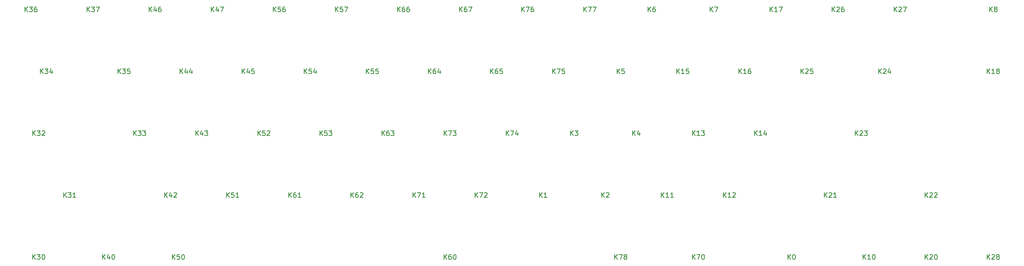
<source format=gto>
G04 #@! TF.GenerationSoftware,KiCad,Pcbnew,(5.1.12)-1*
G04 #@! TF.CreationDate,2021-12-15T00:33:09-05:00*
G04 #@! TF.ProjectId,alps66,616c7073-3636-42e6-9b69-6361645f7063,F*
G04 #@! TF.SameCoordinates,Original*
G04 #@! TF.FileFunction,Legend,Top*
G04 #@! TF.FilePolarity,Positive*
%FSLAX46Y46*%
G04 Gerber Fmt 4.6, Leading zero omitted, Abs format (unit mm)*
G04 Created by KiCad (PCBNEW (5.1.12)-1) date 2021-12-15 00:33:09*
%MOMM*%
%LPD*%
G01*
G04 APERTURE LIST*
%ADD10C,0.250000*%
%ADD11C,2.300000*%
%ADD12R,1.600000X1.600000*%
%ADD13C,1.600000*%
%ADD14C,1.700000*%
%ADD15C,11.500000*%
%ADD16C,4.000000*%
%ADD17C,6.000000*%
%ADD18O,1.500000X4.000000*%
%ADD19C,0.800000*%
%ADD20R,1.800000X1.800000*%
%ADD21C,1.800000*%
G04 APERTURE END LIST*
D10*
X217253571Y-114978571D02*
X217253571Y-113478571D01*
X218110714Y-114978571D02*
X217467857Y-114121428D01*
X218110714Y-113478571D02*
X217253571Y-114335714D01*
X218610714Y-113478571D02*
X219610714Y-113478571D01*
X218967857Y-114978571D01*
X220396428Y-114121428D02*
X220253571Y-114050000D01*
X220182142Y-113978571D01*
X220110714Y-113835714D01*
X220110714Y-113764285D01*
X220182142Y-113621428D01*
X220253571Y-113550000D01*
X220396428Y-113478571D01*
X220682142Y-113478571D01*
X220825000Y-113550000D01*
X220896428Y-113621428D01*
X220967857Y-113764285D01*
X220967857Y-113835714D01*
X220896428Y-113978571D01*
X220825000Y-114050000D01*
X220682142Y-114121428D01*
X220396428Y-114121428D01*
X220253571Y-114192857D01*
X220182142Y-114264285D01*
X220110714Y-114407142D01*
X220110714Y-114692857D01*
X220182142Y-114835714D01*
X220253571Y-114907142D01*
X220396428Y-114978571D01*
X220682142Y-114978571D01*
X220825000Y-114907142D01*
X220896428Y-114835714D01*
X220967857Y-114692857D01*
X220967857Y-114407142D01*
X220896428Y-114264285D01*
X220825000Y-114192857D01*
X220682142Y-114121428D01*
X207728571Y-38778571D02*
X207728571Y-37278571D01*
X208585714Y-38778571D02*
X207942857Y-37921428D01*
X208585714Y-37278571D02*
X207728571Y-38135714D01*
X209085714Y-37278571D02*
X210085714Y-37278571D01*
X209442857Y-38778571D01*
X210514285Y-37278571D02*
X211514285Y-37278571D01*
X210871428Y-38778571D01*
X188678571Y-38778571D02*
X188678571Y-37278571D01*
X189535714Y-38778571D02*
X188892857Y-37921428D01*
X189535714Y-37278571D02*
X188678571Y-38135714D01*
X190035714Y-37278571D02*
X191035714Y-37278571D01*
X190392857Y-38778571D01*
X192250000Y-37278571D02*
X191964285Y-37278571D01*
X191821428Y-37350000D01*
X191750000Y-37421428D01*
X191607142Y-37635714D01*
X191535714Y-37921428D01*
X191535714Y-38492857D01*
X191607142Y-38635714D01*
X191678571Y-38707142D01*
X191821428Y-38778571D01*
X192107142Y-38778571D01*
X192250000Y-38707142D01*
X192321428Y-38635714D01*
X192392857Y-38492857D01*
X192392857Y-38135714D01*
X192321428Y-37992857D01*
X192250000Y-37921428D01*
X192107142Y-37850000D01*
X191821428Y-37850000D01*
X191678571Y-37921428D01*
X191607142Y-37992857D01*
X191535714Y-38135714D01*
X198203571Y-57828571D02*
X198203571Y-56328571D01*
X199060714Y-57828571D02*
X198417857Y-56971428D01*
X199060714Y-56328571D02*
X198203571Y-57185714D01*
X199560714Y-56328571D02*
X200560714Y-56328571D01*
X199917857Y-57828571D01*
X201846428Y-56328571D02*
X201132142Y-56328571D01*
X201060714Y-57042857D01*
X201132142Y-56971428D01*
X201275000Y-56900000D01*
X201632142Y-56900000D01*
X201775000Y-56971428D01*
X201846428Y-57042857D01*
X201917857Y-57185714D01*
X201917857Y-57542857D01*
X201846428Y-57685714D01*
X201775000Y-57757142D01*
X201632142Y-57828571D01*
X201275000Y-57828571D01*
X201132142Y-57757142D01*
X201060714Y-57685714D01*
X183916071Y-76878571D02*
X183916071Y-75378571D01*
X184773214Y-76878571D02*
X184130357Y-76021428D01*
X184773214Y-75378571D02*
X183916071Y-76235714D01*
X185273214Y-75378571D02*
X186273214Y-75378571D01*
X185630357Y-76878571D01*
X187487500Y-75878571D02*
X187487500Y-76878571D01*
X187130357Y-75307142D02*
X186773214Y-76378571D01*
X187701785Y-76378571D01*
X164866071Y-76878571D02*
X164866071Y-75378571D01*
X165723214Y-76878571D02*
X165080357Y-76021428D01*
X165723214Y-75378571D02*
X164866071Y-76235714D01*
X166223214Y-75378571D02*
X167223214Y-75378571D01*
X166580357Y-76878571D01*
X167651785Y-75378571D02*
X168580357Y-75378571D01*
X168080357Y-75950000D01*
X168294642Y-75950000D01*
X168437500Y-76021428D01*
X168508928Y-76092857D01*
X168580357Y-76235714D01*
X168580357Y-76592857D01*
X168508928Y-76735714D01*
X168437500Y-76807142D01*
X168294642Y-76878571D01*
X167866071Y-76878571D01*
X167723214Y-76807142D01*
X167651785Y-76735714D01*
X174391071Y-95928571D02*
X174391071Y-94428571D01*
X175248214Y-95928571D02*
X174605357Y-95071428D01*
X175248214Y-94428571D02*
X174391071Y-95285714D01*
X175748214Y-94428571D02*
X176748214Y-94428571D01*
X176105357Y-95928571D01*
X177248214Y-94571428D02*
X177319642Y-94500000D01*
X177462500Y-94428571D01*
X177819642Y-94428571D01*
X177962500Y-94500000D01*
X178033928Y-94571428D01*
X178105357Y-94714285D01*
X178105357Y-94857142D01*
X178033928Y-95071428D01*
X177176785Y-95928571D01*
X178105357Y-95928571D01*
X155341071Y-95928571D02*
X155341071Y-94428571D01*
X156198214Y-95928571D02*
X155555357Y-95071428D01*
X156198214Y-94428571D02*
X155341071Y-95285714D01*
X156698214Y-94428571D02*
X157698214Y-94428571D01*
X157055357Y-95928571D01*
X159055357Y-95928571D02*
X158198214Y-95928571D01*
X158626785Y-95928571D02*
X158626785Y-94428571D01*
X158483928Y-94642857D01*
X158341071Y-94785714D01*
X158198214Y-94857142D01*
X241066071Y-114978571D02*
X241066071Y-113478571D01*
X241923214Y-114978571D02*
X241280357Y-114121428D01*
X241923214Y-113478571D02*
X241066071Y-114335714D01*
X242423214Y-113478571D02*
X243423214Y-113478571D01*
X242780357Y-114978571D01*
X244280357Y-113478571D02*
X244423214Y-113478571D01*
X244566071Y-113550000D01*
X244637500Y-113621428D01*
X244708928Y-113764285D01*
X244780357Y-114050000D01*
X244780357Y-114407142D01*
X244708928Y-114692857D01*
X244637500Y-114835714D01*
X244566071Y-114907142D01*
X244423214Y-114978571D01*
X244280357Y-114978571D01*
X244137500Y-114907142D01*
X244066071Y-114835714D01*
X243994642Y-114692857D01*
X243923214Y-114407142D01*
X243923214Y-114050000D01*
X243994642Y-113764285D01*
X244066071Y-113621428D01*
X244137500Y-113550000D01*
X244280357Y-113478571D01*
X169628571Y-38778571D02*
X169628571Y-37278571D01*
X170485714Y-38778571D02*
X169842857Y-37921428D01*
X170485714Y-37278571D02*
X169628571Y-38135714D01*
X171771428Y-37278571D02*
X171485714Y-37278571D01*
X171342857Y-37350000D01*
X171271428Y-37421428D01*
X171128571Y-37635714D01*
X171057142Y-37921428D01*
X171057142Y-38492857D01*
X171128571Y-38635714D01*
X171200000Y-38707142D01*
X171342857Y-38778571D01*
X171628571Y-38778571D01*
X171771428Y-38707142D01*
X171842857Y-38635714D01*
X171914285Y-38492857D01*
X171914285Y-38135714D01*
X171842857Y-37992857D01*
X171771428Y-37921428D01*
X171628571Y-37850000D01*
X171342857Y-37850000D01*
X171200000Y-37921428D01*
X171128571Y-37992857D01*
X171057142Y-38135714D01*
X172414285Y-37278571D02*
X173414285Y-37278571D01*
X172771428Y-38778571D01*
X150578571Y-38778571D02*
X150578571Y-37278571D01*
X151435714Y-38778571D02*
X150792857Y-37921428D01*
X151435714Y-37278571D02*
X150578571Y-38135714D01*
X152721428Y-37278571D02*
X152435714Y-37278571D01*
X152292857Y-37350000D01*
X152221428Y-37421428D01*
X152078571Y-37635714D01*
X152007142Y-37921428D01*
X152007142Y-38492857D01*
X152078571Y-38635714D01*
X152150000Y-38707142D01*
X152292857Y-38778571D01*
X152578571Y-38778571D01*
X152721428Y-38707142D01*
X152792857Y-38635714D01*
X152864285Y-38492857D01*
X152864285Y-38135714D01*
X152792857Y-37992857D01*
X152721428Y-37921428D01*
X152578571Y-37850000D01*
X152292857Y-37850000D01*
X152150000Y-37921428D01*
X152078571Y-37992857D01*
X152007142Y-38135714D01*
X154150000Y-37278571D02*
X153864285Y-37278571D01*
X153721428Y-37350000D01*
X153650000Y-37421428D01*
X153507142Y-37635714D01*
X153435714Y-37921428D01*
X153435714Y-38492857D01*
X153507142Y-38635714D01*
X153578571Y-38707142D01*
X153721428Y-38778571D01*
X154007142Y-38778571D01*
X154150000Y-38707142D01*
X154221428Y-38635714D01*
X154292857Y-38492857D01*
X154292857Y-38135714D01*
X154221428Y-37992857D01*
X154150000Y-37921428D01*
X154007142Y-37850000D01*
X153721428Y-37850000D01*
X153578571Y-37921428D01*
X153507142Y-37992857D01*
X153435714Y-38135714D01*
X179153571Y-57828571D02*
X179153571Y-56328571D01*
X180010714Y-57828571D02*
X179367857Y-56971428D01*
X180010714Y-56328571D02*
X179153571Y-57185714D01*
X181296428Y-56328571D02*
X181010714Y-56328571D01*
X180867857Y-56400000D01*
X180796428Y-56471428D01*
X180653571Y-56685714D01*
X180582142Y-56971428D01*
X180582142Y-57542857D01*
X180653571Y-57685714D01*
X180725000Y-57757142D01*
X180867857Y-57828571D01*
X181153571Y-57828571D01*
X181296428Y-57757142D01*
X181367857Y-57685714D01*
X181439285Y-57542857D01*
X181439285Y-57185714D01*
X181367857Y-57042857D01*
X181296428Y-56971428D01*
X181153571Y-56900000D01*
X180867857Y-56900000D01*
X180725000Y-56971428D01*
X180653571Y-57042857D01*
X180582142Y-57185714D01*
X182796428Y-56328571D02*
X182082142Y-56328571D01*
X182010714Y-57042857D01*
X182082142Y-56971428D01*
X182225000Y-56900000D01*
X182582142Y-56900000D01*
X182725000Y-56971428D01*
X182796428Y-57042857D01*
X182867857Y-57185714D01*
X182867857Y-57542857D01*
X182796428Y-57685714D01*
X182725000Y-57757142D01*
X182582142Y-57828571D01*
X182225000Y-57828571D01*
X182082142Y-57757142D01*
X182010714Y-57685714D01*
X160103571Y-57828571D02*
X160103571Y-56328571D01*
X160960714Y-57828571D02*
X160317857Y-56971428D01*
X160960714Y-56328571D02*
X160103571Y-57185714D01*
X162246428Y-56328571D02*
X161960714Y-56328571D01*
X161817857Y-56400000D01*
X161746428Y-56471428D01*
X161603571Y-56685714D01*
X161532142Y-56971428D01*
X161532142Y-57542857D01*
X161603571Y-57685714D01*
X161675000Y-57757142D01*
X161817857Y-57828571D01*
X162103571Y-57828571D01*
X162246428Y-57757142D01*
X162317857Y-57685714D01*
X162389285Y-57542857D01*
X162389285Y-57185714D01*
X162317857Y-57042857D01*
X162246428Y-56971428D01*
X162103571Y-56900000D01*
X161817857Y-56900000D01*
X161675000Y-56971428D01*
X161603571Y-57042857D01*
X161532142Y-57185714D01*
X163675000Y-56828571D02*
X163675000Y-57828571D01*
X163317857Y-56257142D02*
X162960714Y-57328571D01*
X163889285Y-57328571D01*
X145816071Y-76878571D02*
X145816071Y-75378571D01*
X146673214Y-76878571D02*
X146030357Y-76021428D01*
X146673214Y-75378571D02*
X145816071Y-76235714D01*
X147958928Y-75378571D02*
X147673214Y-75378571D01*
X147530357Y-75450000D01*
X147458928Y-75521428D01*
X147316071Y-75735714D01*
X147244642Y-76021428D01*
X147244642Y-76592857D01*
X147316071Y-76735714D01*
X147387500Y-76807142D01*
X147530357Y-76878571D01*
X147816071Y-76878571D01*
X147958928Y-76807142D01*
X148030357Y-76735714D01*
X148101785Y-76592857D01*
X148101785Y-76235714D01*
X148030357Y-76092857D01*
X147958928Y-76021428D01*
X147816071Y-75950000D01*
X147530357Y-75950000D01*
X147387500Y-76021428D01*
X147316071Y-76092857D01*
X147244642Y-76235714D01*
X148601785Y-75378571D02*
X149530357Y-75378571D01*
X149030357Y-75950000D01*
X149244642Y-75950000D01*
X149387500Y-76021428D01*
X149458928Y-76092857D01*
X149530357Y-76235714D01*
X149530357Y-76592857D01*
X149458928Y-76735714D01*
X149387500Y-76807142D01*
X149244642Y-76878571D01*
X148816071Y-76878571D01*
X148673214Y-76807142D01*
X148601785Y-76735714D01*
X136291071Y-95928571D02*
X136291071Y-94428571D01*
X137148214Y-95928571D02*
X136505357Y-95071428D01*
X137148214Y-94428571D02*
X136291071Y-95285714D01*
X138433928Y-94428571D02*
X138148214Y-94428571D01*
X138005357Y-94500000D01*
X137933928Y-94571428D01*
X137791071Y-94785714D01*
X137719642Y-95071428D01*
X137719642Y-95642857D01*
X137791071Y-95785714D01*
X137862500Y-95857142D01*
X138005357Y-95928571D01*
X138291071Y-95928571D01*
X138433928Y-95857142D01*
X138505357Y-95785714D01*
X138576785Y-95642857D01*
X138576785Y-95285714D01*
X138505357Y-95142857D01*
X138433928Y-95071428D01*
X138291071Y-95000000D01*
X138005357Y-95000000D01*
X137862500Y-95071428D01*
X137791071Y-95142857D01*
X137719642Y-95285714D01*
X139148214Y-94571428D02*
X139219642Y-94500000D01*
X139362500Y-94428571D01*
X139719642Y-94428571D01*
X139862500Y-94500000D01*
X139933928Y-94571428D01*
X140005357Y-94714285D01*
X140005357Y-94857142D01*
X139933928Y-95071428D01*
X139076785Y-95928571D01*
X140005357Y-95928571D01*
X117241071Y-95928571D02*
X117241071Y-94428571D01*
X118098214Y-95928571D02*
X117455357Y-95071428D01*
X118098214Y-94428571D02*
X117241071Y-95285714D01*
X119383928Y-94428571D02*
X119098214Y-94428571D01*
X118955357Y-94500000D01*
X118883928Y-94571428D01*
X118741071Y-94785714D01*
X118669642Y-95071428D01*
X118669642Y-95642857D01*
X118741071Y-95785714D01*
X118812500Y-95857142D01*
X118955357Y-95928571D01*
X119241071Y-95928571D01*
X119383928Y-95857142D01*
X119455357Y-95785714D01*
X119526785Y-95642857D01*
X119526785Y-95285714D01*
X119455357Y-95142857D01*
X119383928Y-95071428D01*
X119241071Y-95000000D01*
X118955357Y-95000000D01*
X118812500Y-95071428D01*
X118741071Y-95142857D01*
X118669642Y-95285714D01*
X120955357Y-95928571D02*
X120098214Y-95928571D01*
X120526785Y-95928571D02*
X120526785Y-94428571D01*
X120383928Y-94642857D01*
X120241071Y-94785714D01*
X120098214Y-94857142D01*
X164866071Y-114978571D02*
X164866071Y-113478571D01*
X165723214Y-114978571D02*
X165080357Y-114121428D01*
X165723214Y-113478571D02*
X164866071Y-114335714D01*
X167008928Y-113478571D02*
X166723214Y-113478571D01*
X166580357Y-113550000D01*
X166508928Y-113621428D01*
X166366071Y-113835714D01*
X166294642Y-114121428D01*
X166294642Y-114692857D01*
X166366071Y-114835714D01*
X166437500Y-114907142D01*
X166580357Y-114978571D01*
X166866071Y-114978571D01*
X167008928Y-114907142D01*
X167080357Y-114835714D01*
X167151785Y-114692857D01*
X167151785Y-114335714D01*
X167080357Y-114192857D01*
X167008928Y-114121428D01*
X166866071Y-114050000D01*
X166580357Y-114050000D01*
X166437500Y-114121428D01*
X166366071Y-114192857D01*
X166294642Y-114335714D01*
X168080357Y-113478571D02*
X168223214Y-113478571D01*
X168366071Y-113550000D01*
X168437500Y-113621428D01*
X168508928Y-113764285D01*
X168580357Y-114050000D01*
X168580357Y-114407142D01*
X168508928Y-114692857D01*
X168437500Y-114835714D01*
X168366071Y-114907142D01*
X168223214Y-114978571D01*
X168080357Y-114978571D01*
X167937500Y-114907142D01*
X167866071Y-114835714D01*
X167794642Y-114692857D01*
X167723214Y-114407142D01*
X167723214Y-114050000D01*
X167794642Y-113764285D01*
X167866071Y-113621428D01*
X167937500Y-113550000D01*
X168080357Y-113478571D01*
X131528571Y-38778571D02*
X131528571Y-37278571D01*
X132385714Y-38778571D02*
X131742857Y-37921428D01*
X132385714Y-37278571D02*
X131528571Y-38135714D01*
X133742857Y-37278571D02*
X133028571Y-37278571D01*
X132957142Y-37992857D01*
X133028571Y-37921428D01*
X133171428Y-37850000D01*
X133528571Y-37850000D01*
X133671428Y-37921428D01*
X133742857Y-37992857D01*
X133814285Y-38135714D01*
X133814285Y-38492857D01*
X133742857Y-38635714D01*
X133671428Y-38707142D01*
X133528571Y-38778571D01*
X133171428Y-38778571D01*
X133028571Y-38707142D01*
X132957142Y-38635714D01*
X134314285Y-37278571D02*
X135314285Y-37278571D01*
X134671428Y-38778571D01*
X112478571Y-38778571D02*
X112478571Y-37278571D01*
X113335714Y-38778571D02*
X112692857Y-37921428D01*
X113335714Y-37278571D02*
X112478571Y-38135714D01*
X114692857Y-37278571D02*
X113978571Y-37278571D01*
X113907142Y-37992857D01*
X113978571Y-37921428D01*
X114121428Y-37850000D01*
X114478571Y-37850000D01*
X114621428Y-37921428D01*
X114692857Y-37992857D01*
X114764285Y-38135714D01*
X114764285Y-38492857D01*
X114692857Y-38635714D01*
X114621428Y-38707142D01*
X114478571Y-38778571D01*
X114121428Y-38778571D01*
X113978571Y-38707142D01*
X113907142Y-38635714D01*
X116050000Y-37278571D02*
X115764285Y-37278571D01*
X115621428Y-37350000D01*
X115550000Y-37421428D01*
X115407142Y-37635714D01*
X115335714Y-37921428D01*
X115335714Y-38492857D01*
X115407142Y-38635714D01*
X115478571Y-38707142D01*
X115621428Y-38778571D01*
X115907142Y-38778571D01*
X116050000Y-38707142D01*
X116121428Y-38635714D01*
X116192857Y-38492857D01*
X116192857Y-38135714D01*
X116121428Y-37992857D01*
X116050000Y-37921428D01*
X115907142Y-37850000D01*
X115621428Y-37850000D01*
X115478571Y-37921428D01*
X115407142Y-37992857D01*
X115335714Y-38135714D01*
X141053571Y-57828571D02*
X141053571Y-56328571D01*
X141910714Y-57828571D02*
X141267857Y-56971428D01*
X141910714Y-56328571D02*
X141053571Y-57185714D01*
X143267857Y-56328571D02*
X142553571Y-56328571D01*
X142482142Y-57042857D01*
X142553571Y-56971428D01*
X142696428Y-56900000D01*
X143053571Y-56900000D01*
X143196428Y-56971428D01*
X143267857Y-57042857D01*
X143339285Y-57185714D01*
X143339285Y-57542857D01*
X143267857Y-57685714D01*
X143196428Y-57757142D01*
X143053571Y-57828571D01*
X142696428Y-57828571D01*
X142553571Y-57757142D01*
X142482142Y-57685714D01*
X144696428Y-56328571D02*
X143982142Y-56328571D01*
X143910714Y-57042857D01*
X143982142Y-56971428D01*
X144125000Y-56900000D01*
X144482142Y-56900000D01*
X144625000Y-56971428D01*
X144696428Y-57042857D01*
X144767857Y-57185714D01*
X144767857Y-57542857D01*
X144696428Y-57685714D01*
X144625000Y-57757142D01*
X144482142Y-57828571D01*
X144125000Y-57828571D01*
X143982142Y-57757142D01*
X143910714Y-57685714D01*
X122003571Y-57828571D02*
X122003571Y-56328571D01*
X122860714Y-57828571D02*
X122217857Y-56971428D01*
X122860714Y-56328571D02*
X122003571Y-57185714D01*
X124217857Y-56328571D02*
X123503571Y-56328571D01*
X123432142Y-57042857D01*
X123503571Y-56971428D01*
X123646428Y-56900000D01*
X124003571Y-56900000D01*
X124146428Y-56971428D01*
X124217857Y-57042857D01*
X124289285Y-57185714D01*
X124289285Y-57542857D01*
X124217857Y-57685714D01*
X124146428Y-57757142D01*
X124003571Y-57828571D01*
X123646428Y-57828571D01*
X123503571Y-57757142D01*
X123432142Y-57685714D01*
X125575000Y-56828571D02*
X125575000Y-57828571D01*
X125217857Y-56257142D02*
X124860714Y-57328571D01*
X125789285Y-57328571D01*
X126766071Y-76878571D02*
X126766071Y-75378571D01*
X127623214Y-76878571D02*
X126980357Y-76021428D01*
X127623214Y-75378571D02*
X126766071Y-76235714D01*
X128980357Y-75378571D02*
X128266071Y-75378571D01*
X128194642Y-76092857D01*
X128266071Y-76021428D01*
X128408928Y-75950000D01*
X128766071Y-75950000D01*
X128908928Y-76021428D01*
X128980357Y-76092857D01*
X129051785Y-76235714D01*
X129051785Y-76592857D01*
X128980357Y-76735714D01*
X128908928Y-76807142D01*
X128766071Y-76878571D01*
X128408928Y-76878571D01*
X128266071Y-76807142D01*
X128194642Y-76735714D01*
X129551785Y-75378571D02*
X130480357Y-75378571D01*
X129980357Y-75950000D01*
X130194642Y-75950000D01*
X130337500Y-76021428D01*
X130408928Y-76092857D01*
X130480357Y-76235714D01*
X130480357Y-76592857D01*
X130408928Y-76735714D01*
X130337500Y-76807142D01*
X130194642Y-76878571D01*
X129766071Y-76878571D01*
X129623214Y-76807142D01*
X129551785Y-76735714D01*
X107716071Y-76878571D02*
X107716071Y-75378571D01*
X108573214Y-76878571D02*
X107930357Y-76021428D01*
X108573214Y-75378571D02*
X107716071Y-76235714D01*
X109930357Y-75378571D02*
X109216071Y-75378571D01*
X109144642Y-76092857D01*
X109216071Y-76021428D01*
X109358928Y-75950000D01*
X109716071Y-75950000D01*
X109858928Y-76021428D01*
X109930357Y-76092857D01*
X110001785Y-76235714D01*
X110001785Y-76592857D01*
X109930357Y-76735714D01*
X109858928Y-76807142D01*
X109716071Y-76878571D01*
X109358928Y-76878571D01*
X109216071Y-76807142D01*
X109144642Y-76735714D01*
X110573214Y-75521428D02*
X110644642Y-75450000D01*
X110787500Y-75378571D01*
X111144642Y-75378571D01*
X111287500Y-75450000D01*
X111358928Y-75521428D01*
X111430357Y-75664285D01*
X111430357Y-75807142D01*
X111358928Y-76021428D01*
X110501785Y-76878571D01*
X111430357Y-76878571D01*
X98191071Y-95928571D02*
X98191071Y-94428571D01*
X99048214Y-95928571D02*
X98405357Y-95071428D01*
X99048214Y-94428571D02*
X98191071Y-95285714D01*
X100405357Y-94428571D02*
X99691071Y-94428571D01*
X99619642Y-95142857D01*
X99691071Y-95071428D01*
X99833928Y-95000000D01*
X100191071Y-95000000D01*
X100333928Y-95071428D01*
X100405357Y-95142857D01*
X100476785Y-95285714D01*
X100476785Y-95642857D01*
X100405357Y-95785714D01*
X100333928Y-95857142D01*
X100191071Y-95928571D01*
X99833928Y-95928571D01*
X99691071Y-95857142D01*
X99619642Y-95785714D01*
X101905357Y-95928571D02*
X101048214Y-95928571D01*
X101476785Y-95928571D02*
X101476785Y-94428571D01*
X101333928Y-94642857D01*
X101191071Y-94785714D01*
X101048214Y-94857142D01*
X81522321Y-114978571D02*
X81522321Y-113478571D01*
X82379464Y-114978571D02*
X81736607Y-114121428D01*
X82379464Y-113478571D02*
X81522321Y-114335714D01*
X83736607Y-113478571D02*
X83022321Y-113478571D01*
X82950892Y-114192857D01*
X83022321Y-114121428D01*
X83165178Y-114050000D01*
X83522321Y-114050000D01*
X83665178Y-114121428D01*
X83736607Y-114192857D01*
X83808035Y-114335714D01*
X83808035Y-114692857D01*
X83736607Y-114835714D01*
X83665178Y-114907142D01*
X83522321Y-114978571D01*
X83165178Y-114978571D01*
X83022321Y-114907142D01*
X82950892Y-114835714D01*
X84736607Y-113478571D02*
X84879464Y-113478571D01*
X85022321Y-113550000D01*
X85093750Y-113621428D01*
X85165178Y-113764285D01*
X85236607Y-114050000D01*
X85236607Y-114407142D01*
X85165178Y-114692857D01*
X85093750Y-114835714D01*
X85022321Y-114907142D01*
X84879464Y-114978571D01*
X84736607Y-114978571D01*
X84593750Y-114907142D01*
X84522321Y-114835714D01*
X84450892Y-114692857D01*
X84379464Y-114407142D01*
X84379464Y-114050000D01*
X84450892Y-113764285D01*
X84522321Y-113621428D01*
X84593750Y-113550000D01*
X84736607Y-113478571D01*
X93428571Y-38778571D02*
X93428571Y-37278571D01*
X94285714Y-38778571D02*
X93642857Y-37921428D01*
X94285714Y-37278571D02*
X93428571Y-38135714D01*
X95571428Y-37778571D02*
X95571428Y-38778571D01*
X95214285Y-37207142D02*
X94857142Y-38278571D01*
X95785714Y-38278571D01*
X96214285Y-37278571D02*
X97214285Y-37278571D01*
X96571428Y-38778571D01*
X74378571Y-38778571D02*
X74378571Y-37278571D01*
X75235714Y-38778571D02*
X74592857Y-37921428D01*
X75235714Y-37278571D02*
X74378571Y-38135714D01*
X76521428Y-37778571D02*
X76521428Y-38778571D01*
X76164285Y-37207142D02*
X75807142Y-38278571D01*
X76735714Y-38278571D01*
X77950000Y-37278571D02*
X77664285Y-37278571D01*
X77521428Y-37350000D01*
X77450000Y-37421428D01*
X77307142Y-37635714D01*
X77235714Y-37921428D01*
X77235714Y-38492857D01*
X77307142Y-38635714D01*
X77378571Y-38707142D01*
X77521428Y-38778571D01*
X77807142Y-38778571D01*
X77950000Y-38707142D01*
X78021428Y-38635714D01*
X78092857Y-38492857D01*
X78092857Y-38135714D01*
X78021428Y-37992857D01*
X77950000Y-37921428D01*
X77807142Y-37850000D01*
X77521428Y-37850000D01*
X77378571Y-37921428D01*
X77307142Y-37992857D01*
X77235714Y-38135714D01*
X102953571Y-57828571D02*
X102953571Y-56328571D01*
X103810714Y-57828571D02*
X103167857Y-56971428D01*
X103810714Y-56328571D02*
X102953571Y-57185714D01*
X105096428Y-56828571D02*
X105096428Y-57828571D01*
X104739285Y-56257142D02*
X104382142Y-57328571D01*
X105310714Y-57328571D01*
X106596428Y-56328571D02*
X105882142Y-56328571D01*
X105810714Y-57042857D01*
X105882142Y-56971428D01*
X106025000Y-56900000D01*
X106382142Y-56900000D01*
X106525000Y-56971428D01*
X106596428Y-57042857D01*
X106667857Y-57185714D01*
X106667857Y-57542857D01*
X106596428Y-57685714D01*
X106525000Y-57757142D01*
X106382142Y-57828571D01*
X106025000Y-57828571D01*
X105882142Y-57757142D01*
X105810714Y-57685714D01*
X83903571Y-57828571D02*
X83903571Y-56328571D01*
X84760714Y-57828571D02*
X84117857Y-56971428D01*
X84760714Y-56328571D02*
X83903571Y-57185714D01*
X86046428Y-56828571D02*
X86046428Y-57828571D01*
X85689285Y-56257142D02*
X85332142Y-57328571D01*
X86260714Y-57328571D01*
X87475000Y-56828571D02*
X87475000Y-57828571D01*
X87117857Y-56257142D02*
X86760714Y-57328571D01*
X87689285Y-57328571D01*
X88666071Y-76878571D02*
X88666071Y-75378571D01*
X89523214Y-76878571D02*
X88880357Y-76021428D01*
X89523214Y-75378571D02*
X88666071Y-76235714D01*
X90808928Y-75878571D02*
X90808928Y-76878571D01*
X90451785Y-75307142D02*
X90094642Y-76378571D01*
X91023214Y-76378571D01*
X91451785Y-75378571D02*
X92380357Y-75378571D01*
X91880357Y-75950000D01*
X92094642Y-75950000D01*
X92237500Y-76021428D01*
X92308928Y-76092857D01*
X92380357Y-76235714D01*
X92380357Y-76592857D01*
X92308928Y-76735714D01*
X92237500Y-76807142D01*
X92094642Y-76878571D01*
X91666071Y-76878571D01*
X91523214Y-76807142D01*
X91451785Y-76735714D01*
X79141071Y-95928571D02*
X79141071Y-94428571D01*
X79998214Y-95928571D02*
X79355357Y-95071428D01*
X79998214Y-94428571D02*
X79141071Y-95285714D01*
X81283928Y-94928571D02*
X81283928Y-95928571D01*
X80926785Y-94357142D02*
X80569642Y-95428571D01*
X81498214Y-95428571D01*
X81998214Y-94571428D02*
X82069642Y-94500000D01*
X82212500Y-94428571D01*
X82569642Y-94428571D01*
X82712500Y-94500000D01*
X82783928Y-94571428D01*
X82855357Y-94714285D01*
X82855357Y-94857142D01*
X82783928Y-95071428D01*
X81926785Y-95928571D01*
X82855357Y-95928571D01*
X60091071Y-114978571D02*
X60091071Y-113478571D01*
X60948214Y-114978571D02*
X60305357Y-114121428D01*
X60948214Y-113478571D02*
X60091071Y-114335714D01*
X62233928Y-113978571D02*
X62233928Y-114978571D01*
X61876785Y-113407142D02*
X61519642Y-114478571D01*
X62448214Y-114478571D01*
X63305357Y-113478571D02*
X63448214Y-113478571D01*
X63591071Y-113550000D01*
X63662500Y-113621428D01*
X63733928Y-113764285D01*
X63805357Y-114050000D01*
X63805357Y-114407142D01*
X63733928Y-114692857D01*
X63662500Y-114835714D01*
X63591071Y-114907142D01*
X63448214Y-114978571D01*
X63305357Y-114978571D01*
X63162500Y-114907142D01*
X63091071Y-114835714D01*
X63019642Y-114692857D01*
X62948214Y-114407142D01*
X62948214Y-114050000D01*
X63019642Y-113764285D01*
X63091071Y-113621428D01*
X63162500Y-113550000D01*
X63305357Y-113478571D01*
X55328571Y-38778571D02*
X55328571Y-37278571D01*
X56185714Y-38778571D02*
X55542857Y-37921428D01*
X56185714Y-37278571D02*
X55328571Y-38135714D01*
X56685714Y-37278571D02*
X57614285Y-37278571D01*
X57114285Y-37850000D01*
X57328571Y-37850000D01*
X57471428Y-37921428D01*
X57542857Y-37992857D01*
X57614285Y-38135714D01*
X57614285Y-38492857D01*
X57542857Y-38635714D01*
X57471428Y-38707142D01*
X57328571Y-38778571D01*
X56900000Y-38778571D01*
X56757142Y-38707142D01*
X56685714Y-38635714D01*
X58114285Y-37278571D02*
X59114285Y-37278571D01*
X58471428Y-38778571D01*
X36278571Y-38778571D02*
X36278571Y-37278571D01*
X37135714Y-38778571D02*
X36492857Y-37921428D01*
X37135714Y-37278571D02*
X36278571Y-38135714D01*
X37635714Y-37278571D02*
X38564285Y-37278571D01*
X38064285Y-37850000D01*
X38278571Y-37850000D01*
X38421428Y-37921428D01*
X38492857Y-37992857D01*
X38564285Y-38135714D01*
X38564285Y-38492857D01*
X38492857Y-38635714D01*
X38421428Y-38707142D01*
X38278571Y-38778571D01*
X37850000Y-38778571D01*
X37707142Y-38707142D01*
X37635714Y-38635714D01*
X39850000Y-37278571D02*
X39564285Y-37278571D01*
X39421428Y-37350000D01*
X39350000Y-37421428D01*
X39207142Y-37635714D01*
X39135714Y-37921428D01*
X39135714Y-38492857D01*
X39207142Y-38635714D01*
X39278571Y-38707142D01*
X39421428Y-38778571D01*
X39707142Y-38778571D01*
X39850000Y-38707142D01*
X39921428Y-38635714D01*
X39992857Y-38492857D01*
X39992857Y-38135714D01*
X39921428Y-37992857D01*
X39850000Y-37921428D01*
X39707142Y-37850000D01*
X39421428Y-37850000D01*
X39278571Y-37921428D01*
X39207142Y-37992857D01*
X39135714Y-38135714D01*
X64853571Y-57828571D02*
X64853571Y-56328571D01*
X65710714Y-57828571D02*
X65067857Y-56971428D01*
X65710714Y-56328571D02*
X64853571Y-57185714D01*
X66210714Y-56328571D02*
X67139285Y-56328571D01*
X66639285Y-56900000D01*
X66853571Y-56900000D01*
X66996428Y-56971428D01*
X67067857Y-57042857D01*
X67139285Y-57185714D01*
X67139285Y-57542857D01*
X67067857Y-57685714D01*
X66996428Y-57757142D01*
X66853571Y-57828571D01*
X66425000Y-57828571D01*
X66282142Y-57757142D01*
X66210714Y-57685714D01*
X68496428Y-56328571D02*
X67782142Y-56328571D01*
X67710714Y-57042857D01*
X67782142Y-56971428D01*
X67925000Y-56900000D01*
X68282142Y-56900000D01*
X68425000Y-56971428D01*
X68496428Y-57042857D01*
X68567857Y-57185714D01*
X68567857Y-57542857D01*
X68496428Y-57685714D01*
X68425000Y-57757142D01*
X68282142Y-57828571D01*
X67925000Y-57828571D01*
X67782142Y-57757142D01*
X67710714Y-57685714D01*
X41041071Y-57828571D02*
X41041071Y-56328571D01*
X41898214Y-57828571D02*
X41255357Y-56971428D01*
X41898214Y-56328571D02*
X41041071Y-57185714D01*
X42398214Y-56328571D02*
X43326785Y-56328571D01*
X42826785Y-56900000D01*
X43041071Y-56900000D01*
X43183928Y-56971428D01*
X43255357Y-57042857D01*
X43326785Y-57185714D01*
X43326785Y-57542857D01*
X43255357Y-57685714D01*
X43183928Y-57757142D01*
X43041071Y-57828571D01*
X42612500Y-57828571D01*
X42469642Y-57757142D01*
X42398214Y-57685714D01*
X44612500Y-56828571D02*
X44612500Y-57828571D01*
X44255357Y-56257142D02*
X43898214Y-57328571D01*
X44826785Y-57328571D01*
X69616071Y-76878571D02*
X69616071Y-75378571D01*
X70473214Y-76878571D02*
X69830357Y-76021428D01*
X70473214Y-75378571D02*
X69616071Y-76235714D01*
X70973214Y-75378571D02*
X71901785Y-75378571D01*
X71401785Y-75950000D01*
X71616071Y-75950000D01*
X71758928Y-76021428D01*
X71830357Y-76092857D01*
X71901785Y-76235714D01*
X71901785Y-76592857D01*
X71830357Y-76735714D01*
X71758928Y-76807142D01*
X71616071Y-76878571D01*
X71187500Y-76878571D01*
X71044642Y-76807142D01*
X70973214Y-76735714D01*
X72401785Y-75378571D02*
X73330357Y-75378571D01*
X72830357Y-75950000D01*
X73044642Y-75950000D01*
X73187500Y-76021428D01*
X73258928Y-76092857D01*
X73330357Y-76235714D01*
X73330357Y-76592857D01*
X73258928Y-76735714D01*
X73187500Y-76807142D01*
X73044642Y-76878571D01*
X72616071Y-76878571D01*
X72473214Y-76807142D01*
X72401785Y-76735714D01*
X38659821Y-76878571D02*
X38659821Y-75378571D01*
X39516964Y-76878571D02*
X38874107Y-76021428D01*
X39516964Y-75378571D02*
X38659821Y-76235714D01*
X40016964Y-75378571D02*
X40945535Y-75378571D01*
X40445535Y-75950000D01*
X40659821Y-75950000D01*
X40802678Y-76021428D01*
X40874107Y-76092857D01*
X40945535Y-76235714D01*
X40945535Y-76592857D01*
X40874107Y-76735714D01*
X40802678Y-76807142D01*
X40659821Y-76878571D01*
X40231250Y-76878571D01*
X40088392Y-76807142D01*
X40016964Y-76735714D01*
X41516964Y-75521428D02*
X41588392Y-75450000D01*
X41731250Y-75378571D01*
X42088392Y-75378571D01*
X42231250Y-75450000D01*
X42302678Y-75521428D01*
X42374107Y-75664285D01*
X42374107Y-75807142D01*
X42302678Y-76021428D01*
X41445535Y-76878571D01*
X42374107Y-76878571D01*
X48184821Y-95928571D02*
X48184821Y-94428571D01*
X49041964Y-95928571D02*
X48399107Y-95071428D01*
X49041964Y-94428571D02*
X48184821Y-95285714D01*
X49541964Y-94428571D02*
X50470535Y-94428571D01*
X49970535Y-95000000D01*
X50184821Y-95000000D01*
X50327678Y-95071428D01*
X50399107Y-95142857D01*
X50470535Y-95285714D01*
X50470535Y-95642857D01*
X50399107Y-95785714D01*
X50327678Y-95857142D01*
X50184821Y-95928571D01*
X49756250Y-95928571D01*
X49613392Y-95857142D01*
X49541964Y-95785714D01*
X51899107Y-95928571D02*
X51041964Y-95928571D01*
X51470535Y-95928571D02*
X51470535Y-94428571D01*
X51327678Y-94642857D01*
X51184821Y-94785714D01*
X51041964Y-94857142D01*
X38659821Y-114978571D02*
X38659821Y-113478571D01*
X39516964Y-114978571D02*
X38874107Y-114121428D01*
X39516964Y-113478571D02*
X38659821Y-114335714D01*
X40016964Y-113478571D02*
X40945535Y-113478571D01*
X40445535Y-114050000D01*
X40659821Y-114050000D01*
X40802678Y-114121428D01*
X40874107Y-114192857D01*
X40945535Y-114335714D01*
X40945535Y-114692857D01*
X40874107Y-114835714D01*
X40802678Y-114907142D01*
X40659821Y-114978571D01*
X40231250Y-114978571D01*
X40088392Y-114907142D01*
X40016964Y-114835714D01*
X41874107Y-113478571D02*
X42016964Y-113478571D01*
X42159821Y-113550000D01*
X42231250Y-113621428D01*
X42302678Y-113764285D01*
X42374107Y-114050000D01*
X42374107Y-114407142D01*
X42302678Y-114692857D01*
X42231250Y-114835714D01*
X42159821Y-114907142D01*
X42016964Y-114978571D01*
X41874107Y-114978571D01*
X41731250Y-114907142D01*
X41659821Y-114835714D01*
X41588392Y-114692857D01*
X41516964Y-114407142D01*
X41516964Y-114050000D01*
X41588392Y-113764285D01*
X41659821Y-113621428D01*
X41731250Y-113550000D01*
X41874107Y-113478571D01*
X331553571Y-114978571D02*
X331553571Y-113478571D01*
X332410714Y-114978571D02*
X331767857Y-114121428D01*
X332410714Y-113478571D02*
X331553571Y-114335714D01*
X332982142Y-113621428D02*
X333053571Y-113550000D01*
X333196428Y-113478571D01*
X333553571Y-113478571D01*
X333696428Y-113550000D01*
X333767857Y-113621428D01*
X333839285Y-113764285D01*
X333839285Y-113907142D01*
X333767857Y-114121428D01*
X332910714Y-114978571D01*
X333839285Y-114978571D01*
X334696428Y-114121428D02*
X334553571Y-114050000D01*
X334482142Y-113978571D01*
X334410714Y-113835714D01*
X334410714Y-113764285D01*
X334482142Y-113621428D01*
X334553571Y-113550000D01*
X334696428Y-113478571D01*
X334982142Y-113478571D01*
X335125000Y-113550000D01*
X335196428Y-113621428D01*
X335267857Y-113764285D01*
X335267857Y-113835714D01*
X335196428Y-113978571D01*
X335125000Y-114050000D01*
X334982142Y-114121428D01*
X334696428Y-114121428D01*
X334553571Y-114192857D01*
X334482142Y-114264285D01*
X334410714Y-114407142D01*
X334410714Y-114692857D01*
X334482142Y-114835714D01*
X334553571Y-114907142D01*
X334696428Y-114978571D01*
X334982142Y-114978571D01*
X335125000Y-114907142D01*
X335196428Y-114835714D01*
X335267857Y-114692857D01*
X335267857Y-114407142D01*
X335196428Y-114264285D01*
X335125000Y-114192857D01*
X334982142Y-114121428D01*
X302978571Y-38778571D02*
X302978571Y-37278571D01*
X303835714Y-38778571D02*
X303192857Y-37921428D01*
X303835714Y-37278571D02*
X302978571Y-38135714D01*
X304407142Y-37421428D02*
X304478571Y-37350000D01*
X304621428Y-37278571D01*
X304978571Y-37278571D01*
X305121428Y-37350000D01*
X305192857Y-37421428D01*
X305264285Y-37564285D01*
X305264285Y-37707142D01*
X305192857Y-37921428D01*
X304335714Y-38778571D01*
X305264285Y-38778571D01*
X305764285Y-37278571D02*
X306764285Y-37278571D01*
X306121428Y-38778571D01*
X283928571Y-38778571D02*
X283928571Y-37278571D01*
X284785714Y-38778571D02*
X284142857Y-37921428D01*
X284785714Y-37278571D02*
X283928571Y-38135714D01*
X285357142Y-37421428D02*
X285428571Y-37350000D01*
X285571428Y-37278571D01*
X285928571Y-37278571D01*
X286071428Y-37350000D01*
X286142857Y-37421428D01*
X286214285Y-37564285D01*
X286214285Y-37707142D01*
X286142857Y-37921428D01*
X285285714Y-38778571D01*
X286214285Y-38778571D01*
X287500000Y-37278571D02*
X287214285Y-37278571D01*
X287071428Y-37350000D01*
X287000000Y-37421428D01*
X286857142Y-37635714D01*
X286785714Y-37921428D01*
X286785714Y-38492857D01*
X286857142Y-38635714D01*
X286928571Y-38707142D01*
X287071428Y-38778571D01*
X287357142Y-38778571D01*
X287500000Y-38707142D01*
X287571428Y-38635714D01*
X287642857Y-38492857D01*
X287642857Y-38135714D01*
X287571428Y-37992857D01*
X287500000Y-37921428D01*
X287357142Y-37850000D01*
X287071428Y-37850000D01*
X286928571Y-37921428D01*
X286857142Y-37992857D01*
X286785714Y-38135714D01*
X274403571Y-57828571D02*
X274403571Y-56328571D01*
X275260714Y-57828571D02*
X274617857Y-56971428D01*
X275260714Y-56328571D02*
X274403571Y-57185714D01*
X275832142Y-56471428D02*
X275903571Y-56400000D01*
X276046428Y-56328571D01*
X276403571Y-56328571D01*
X276546428Y-56400000D01*
X276617857Y-56471428D01*
X276689285Y-56614285D01*
X276689285Y-56757142D01*
X276617857Y-56971428D01*
X275760714Y-57828571D01*
X276689285Y-57828571D01*
X278046428Y-56328571D02*
X277332142Y-56328571D01*
X277260714Y-57042857D01*
X277332142Y-56971428D01*
X277475000Y-56900000D01*
X277832142Y-56900000D01*
X277975000Y-56971428D01*
X278046428Y-57042857D01*
X278117857Y-57185714D01*
X278117857Y-57542857D01*
X278046428Y-57685714D01*
X277975000Y-57757142D01*
X277832142Y-57828571D01*
X277475000Y-57828571D01*
X277332142Y-57757142D01*
X277260714Y-57685714D01*
X298216071Y-57828571D02*
X298216071Y-56328571D01*
X299073214Y-57828571D02*
X298430357Y-56971428D01*
X299073214Y-56328571D02*
X298216071Y-57185714D01*
X299644642Y-56471428D02*
X299716071Y-56400000D01*
X299858928Y-56328571D01*
X300216071Y-56328571D01*
X300358928Y-56400000D01*
X300430357Y-56471428D01*
X300501785Y-56614285D01*
X300501785Y-56757142D01*
X300430357Y-56971428D01*
X299573214Y-57828571D01*
X300501785Y-57828571D01*
X301787500Y-56828571D02*
X301787500Y-57828571D01*
X301430357Y-56257142D02*
X301073214Y-57328571D01*
X302001785Y-57328571D01*
X291072321Y-76878571D02*
X291072321Y-75378571D01*
X291929464Y-76878571D02*
X291286607Y-76021428D01*
X291929464Y-75378571D02*
X291072321Y-76235714D01*
X292500892Y-75521428D02*
X292572321Y-75450000D01*
X292715178Y-75378571D01*
X293072321Y-75378571D01*
X293215178Y-75450000D01*
X293286607Y-75521428D01*
X293358035Y-75664285D01*
X293358035Y-75807142D01*
X293286607Y-76021428D01*
X292429464Y-76878571D01*
X293358035Y-76878571D01*
X293858035Y-75378571D02*
X294786607Y-75378571D01*
X294286607Y-75950000D01*
X294500892Y-75950000D01*
X294643750Y-76021428D01*
X294715178Y-76092857D01*
X294786607Y-76235714D01*
X294786607Y-76592857D01*
X294715178Y-76735714D01*
X294643750Y-76807142D01*
X294500892Y-76878571D01*
X294072321Y-76878571D01*
X293929464Y-76807142D01*
X293858035Y-76735714D01*
X312503571Y-95928571D02*
X312503571Y-94428571D01*
X313360714Y-95928571D02*
X312717857Y-95071428D01*
X313360714Y-94428571D02*
X312503571Y-95285714D01*
X313932142Y-94571428D02*
X314003571Y-94500000D01*
X314146428Y-94428571D01*
X314503571Y-94428571D01*
X314646428Y-94500000D01*
X314717857Y-94571428D01*
X314789285Y-94714285D01*
X314789285Y-94857142D01*
X314717857Y-95071428D01*
X313860714Y-95928571D01*
X314789285Y-95928571D01*
X315360714Y-94571428D02*
X315432142Y-94500000D01*
X315575000Y-94428571D01*
X315932142Y-94428571D01*
X316075000Y-94500000D01*
X316146428Y-94571428D01*
X316217857Y-94714285D01*
X316217857Y-94857142D01*
X316146428Y-95071428D01*
X315289285Y-95928571D01*
X316217857Y-95928571D01*
X281547321Y-95928571D02*
X281547321Y-94428571D01*
X282404464Y-95928571D02*
X281761607Y-95071428D01*
X282404464Y-94428571D02*
X281547321Y-95285714D01*
X282975892Y-94571428D02*
X283047321Y-94500000D01*
X283190178Y-94428571D01*
X283547321Y-94428571D01*
X283690178Y-94500000D01*
X283761607Y-94571428D01*
X283833035Y-94714285D01*
X283833035Y-94857142D01*
X283761607Y-95071428D01*
X282904464Y-95928571D01*
X283833035Y-95928571D01*
X285261607Y-95928571D02*
X284404464Y-95928571D01*
X284833035Y-95928571D02*
X284833035Y-94428571D01*
X284690178Y-94642857D01*
X284547321Y-94785714D01*
X284404464Y-94857142D01*
X312503571Y-114978571D02*
X312503571Y-113478571D01*
X313360714Y-114978571D02*
X312717857Y-114121428D01*
X313360714Y-113478571D02*
X312503571Y-114335714D01*
X313932142Y-113621428D02*
X314003571Y-113550000D01*
X314146428Y-113478571D01*
X314503571Y-113478571D01*
X314646428Y-113550000D01*
X314717857Y-113621428D01*
X314789285Y-113764285D01*
X314789285Y-113907142D01*
X314717857Y-114121428D01*
X313860714Y-114978571D01*
X314789285Y-114978571D01*
X315717857Y-113478571D02*
X315860714Y-113478571D01*
X316003571Y-113550000D01*
X316075000Y-113621428D01*
X316146428Y-113764285D01*
X316217857Y-114050000D01*
X316217857Y-114407142D01*
X316146428Y-114692857D01*
X316075000Y-114835714D01*
X316003571Y-114907142D01*
X315860714Y-114978571D01*
X315717857Y-114978571D01*
X315575000Y-114907142D01*
X315503571Y-114835714D01*
X315432142Y-114692857D01*
X315360714Y-114407142D01*
X315360714Y-114050000D01*
X315432142Y-113764285D01*
X315503571Y-113621428D01*
X315575000Y-113550000D01*
X315717857Y-113478571D01*
X331553571Y-57828571D02*
X331553571Y-56328571D01*
X332410714Y-57828571D02*
X331767857Y-56971428D01*
X332410714Y-56328571D02*
X331553571Y-57185714D01*
X333839285Y-57828571D02*
X332982142Y-57828571D01*
X333410714Y-57828571D02*
X333410714Y-56328571D01*
X333267857Y-56542857D01*
X333125000Y-56685714D01*
X332982142Y-56757142D01*
X334696428Y-56971428D02*
X334553571Y-56900000D01*
X334482142Y-56828571D01*
X334410714Y-56685714D01*
X334410714Y-56614285D01*
X334482142Y-56471428D01*
X334553571Y-56400000D01*
X334696428Y-56328571D01*
X334982142Y-56328571D01*
X335125000Y-56400000D01*
X335196428Y-56471428D01*
X335267857Y-56614285D01*
X335267857Y-56685714D01*
X335196428Y-56828571D01*
X335125000Y-56900000D01*
X334982142Y-56971428D01*
X334696428Y-56971428D01*
X334553571Y-57042857D01*
X334482142Y-57114285D01*
X334410714Y-57257142D01*
X334410714Y-57542857D01*
X334482142Y-57685714D01*
X334553571Y-57757142D01*
X334696428Y-57828571D01*
X334982142Y-57828571D01*
X335125000Y-57757142D01*
X335196428Y-57685714D01*
X335267857Y-57542857D01*
X335267857Y-57257142D01*
X335196428Y-57114285D01*
X335125000Y-57042857D01*
X334982142Y-56971428D01*
X264878571Y-38778571D02*
X264878571Y-37278571D01*
X265735714Y-38778571D02*
X265092857Y-37921428D01*
X265735714Y-37278571D02*
X264878571Y-38135714D01*
X267164285Y-38778571D02*
X266307142Y-38778571D01*
X266735714Y-38778571D02*
X266735714Y-37278571D01*
X266592857Y-37492857D01*
X266450000Y-37635714D01*
X266307142Y-37707142D01*
X267664285Y-37278571D02*
X268664285Y-37278571D01*
X268021428Y-38778571D01*
X255353571Y-57828571D02*
X255353571Y-56328571D01*
X256210714Y-57828571D02*
X255567857Y-56971428D01*
X256210714Y-56328571D02*
X255353571Y-57185714D01*
X257639285Y-57828571D02*
X256782142Y-57828571D01*
X257210714Y-57828571D02*
X257210714Y-56328571D01*
X257067857Y-56542857D01*
X256925000Y-56685714D01*
X256782142Y-56757142D01*
X258925000Y-56328571D02*
X258639285Y-56328571D01*
X258496428Y-56400000D01*
X258425000Y-56471428D01*
X258282142Y-56685714D01*
X258210714Y-56971428D01*
X258210714Y-57542857D01*
X258282142Y-57685714D01*
X258353571Y-57757142D01*
X258496428Y-57828571D01*
X258782142Y-57828571D01*
X258925000Y-57757142D01*
X258996428Y-57685714D01*
X259067857Y-57542857D01*
X259067857Y-57185714D01*
X258996428Y-57042857D01*
X258925000Y-56971428D01*
X258782142Y-56900000D01*
X258496428Y-56900000D01*
X258353571Y-56971428D01*
X258282142Y-57042857D01*
X258210714Y-57185714D01*
X236303571Y-57828571D02*
X236303571Y-56328571D01*
X237160714Y-57828571D02*
X236517857Y-56971428D01*
X237160714Y-56328571D02*
X236303571Y-57185714D01*
X238589285Y-57828571D02*
X237732142Y-57828571D01*
X238160714Y-57828571D02*
X238160714Y-56328571D01*
X238017857Y-56542857D01*
X237875000Y-56685714D01*
X237732142Y-56757142D01*
X239946428Y-56328571D02*
X239232142Y-56328571D01*
X239160714Y-57042857D01*
X239232142Y-56971428D01*
X239375000Y-56900000D01*
X239732142Y-56900000D01*
X239875000Y-56971428D01*
X239946428Y-57042857D01*
X240017857Y-57185714D01*
X240017857Y-57542857D01*
X239946428Y-57685714D01*
X239875000Y-57757142D01*
X239732142Y-57828571D01*
X239375000Y-57828571D01*
X239232142Y-57757142D01*
X239160714Y-57685714D01*
X260116071Y-76878571D02*
X260116071Y-75378571D01*
X260973214Y-76878571D02*
X260330357Y-76021428D01*
X260973214Y-75378571D02*
X260116071Y-76235714D01*
X262401785Y-76878571D02*
X261544642Y-76878571D01*
X261973214Y-76878571D02*
X261973214Y-75378571D01*
X261830357Y-75592857D01*
X261687500Y-75735714D01*
X261544642Y-75807142D01*
X263687500Y-75878571D02*
X263687500Y-76878571D01*
X263330357Y-75307142D02*
X262973214Y-76378571D01*
X263901785Y-76378571D01*
X241066071Y-76878571D02*
X241066071Y-75378571D01*
X241923214Y-76878571D02*
X241280357Y-76021428D01*
X241923214Y-75378571D02*
X241066071Y-76235714D01*
X243351785Y-76878571D02*
X242494642Y-76878571D01*
X242923214Y-76878571D02*
X242923214Y-75378571D01*
X242780357Y-75592857D01*
X242637500Y-75735714D01*
X242494642Y-75807142D01*
X243851785Y-75378571D02*
X244780357Y-75378571D01*
X244280357Y-75950000D01*
X244494642Y-75950000D01*
X244637500Y-76021428D01*
X244708928Y-76092857D01*
X244780357Y-76235714D01*
X244780357Y-76592857D01*
X244708928Y-76735714D01*
X244637500Y-76807142D01*
X244494642Y-76878571D01*
X244066071Y-76878571D01*
X243923214Y-76807142D01*
X243851785Y-76735714D01*
X250591071Y-95928571D02*
X250591071Y-94428571D01*
X251448214Y-95928571D02*
X250805357Y-95071428D01*
X251448214Y-94428571D02*
X250591071Y-95285714D01*
X252876785Y-95928571D02*
X252019642Y-95928571D01*
X252448214Y-95928571D02*
X252448214Y-94428571D01*
X252305357Y-94642857D01*
X252162500Y-94785714D01*
X252019642Y-94857142D01*
X253448214Y-94571428D02*
X253519642Y-94500000D01*
X253662500Y-94428571D01*
X254019642Y-94428571D01*
X254162500Y-94500000D01*
X254233928Y-94571428D01*
X254305357Y-94714285D01*
X254305357Y-94857142D01*
X254233928Y-95071428D01*
X253376785Y-95928571D01*
X254305357Y-95928571D01*
X231541071Y-95928571D02*
X231541071Y-94428571D01*
X232398214Y-95928571D02*
X231755357Y-95071428D01*
X232398214Y-94428571D02*
X231541071Y-95285714D01*
X233826785Y-95928571D02*
X232969642Y-95928571D01*
X233398214Y-95928571D02*
X233398214Y-94428571D01*
X233255357Y-94642857D01*
X233112500Y-94785714D01*
X232969642Y-94857142D01*
X235255357Y-95928571D02*
X234398214Y-95928571D01*
X234826785Y-95928571D02*
X234826785Y-94428571D01*
X234683928Y-94642857D01*
X234541071Y-94785714D01*
X234398214Y-94857142D01*
X293453571Y-114978571D02*
X293453571Y-113478571D01*
X294310714Y-114978571D02*
X293667857Y-114121428D01*
X294310714Y-113478571D02*
X293453571Y-114335714D01*
X295739285Y-114978571D02*
X294882142Y-114978571D01*
X295310714Y-114978571D02*
X295310714Y-113478571D01*
X295167857Y-113692857D01*
X295025000Y-113835714D01*
X294882142Y-113907142D01*
X296667857Y-113478571D02*
X296810714Y-113478571D01*
X296953571Y-113550000D01*
X297025000Y-113621428D01*
X297096428Y-113764285D01*
X297167857Y-114050000D01*
X297167857Y-114407142D01*
X297096428Y-114692857D01*
X297025000Y-114835714D01*
X296953571Y-114907142D01*
X296810714Y-114978571D01*
X296667857Y-114978571D01*
X296525000Y-114907142D01*
X296453571Y-114835714D01*
X296382142Y-114692857D01*
X296310714Y-114407142D01*
X296310714Y-114050000D01*
X296382142Y-113764285D01*
X296453571Y-113621428D01*
X296525000Y-113550000D01*
X296667857Y-113478571D01*
X332267857Y-38778571D02*
X332267857Y-37278571D01*
X333125000Y-38778571D02*
X332482142Y-37921428D01*
X333125000Y-37278571D02*
X332267857Y-38135714D01*
X333982142Y-37921428D02*
X333839285Y-37850000D01*
X333767857Y-37778571D01*
X333696428Y-37635714D01*
X333696428Y-37564285D01*
X333767857Y-37421428D01*
X333839285Y-37350000D01*
X333982142Y-37278571D01*
X334267857Y-37278571D01*
X334410714Y-37350000D01*
X334482142Y-37421428D01*
X334553571Y-37564285D01*
X334553571Y-37635714D01*
X334482142Y-37778571D01*
X334410714Y-37850000D01*
X334267857Y-37921428D01*
X333982142Y-37921428D01*
X333839285Y-37992857D01*
X333767857Y-38064285D01*
X333696428Y-38207142D01*
X333696428Y-38492857D01*
X333767857Y-38635714D01*
X333839285Y-38707142D01*
X333982142Y-38778571D01*
X334267857Y-38778571D01*
X334410714Y-38707142D01*
X334482142Y-38635714D01*
X334553571Y-38492857D01*
X334553571Y-38207142D01*
X334482142Y-38064285D01*
X334410714Y-37992857D01*
X334267857Y-37921428D01*
X246542857Y-38778571D02*
X246542857Y-37278571D01*
X247400000Y-38778571D02*
X246757142Y-37921428D01*
X247400000Y-37278571D02*
X246542857Y-38135714D01*
X247900000Y-37278571D02*
X248900000Y-37278571D01*
X248257142Y-38778571D01*
X227492857Y-38778571D02*
X227492857Y-37278571D01*
X228350000Y-38778571D02*
X227707142Y-37921428D01*
X228350000Y-37278571D02*
X227492857Y-38135714D01*
X229635714Y-37278571D02*
X229350000Y-37278571D01*
X229207142Y-37350000D01*
X229135714Y-37421428D01*
X228992857Y-37635714D01*
X228921428Y-37921428D01*
X228921428Y-38492857D01*
X228992857Y-38635714D01*
X229064285Y-38707142D01*
X229207142Y-38778571D01*
X229492857Y-38778571D01*
X229635714Y-38707142D01*
X229707142Y-38635714D01*
X229778571Y-38492857D01*
X229778571Y-38135714D01*
X229707142Y-37992857D01*
X229635714Y-37921428D01*
X229492857Y-37850000D01*
X229207142Y-37850000D01*
X229064285Y-37921428D01*
X228992857Y-37992857D01*
X228921428Y-38135714D01*
X217967857Y-57828571D02*
X217967857Y-56328571D01*
X218825000Y-57828571D02*
X218182142Y-56971428D01*
X218825000Y-56328571D02*
X217967857Y-57185714D01*
X220182142Y-56328571D02*
X219467857Y-56328571D01*
X219396428Y-57042857D01*
X219467857Y-56971428D01*
X219610714Y-56900000D01*
X219967857Y-56900000D01*
X220110714Y-56971428D01*
X220182142Y-57042857D01*
X220253571Y-57185714D01*
X220253571Y-57542857D01*
X220182142Y-57685714D01*
X220110714Y-57757142D01*
X219967857Y-57828571D01*
X219610714Y-57828571D01*
X219467857Y-57757142D01*
X219396428Y-57685714D01*
X222730357Y-76878571D02*
X222730357Y-75378571D01*
X223587500Y-76878571D02*
X222944642Y-76021428D01*
X223587500Y-75378571D02*
X222730357Y-76235714D01*
X224873214Y-75878571D02*
X224873214Y-76878571D01*
X224516071Y-75307142D02*
X224158928Y-76378571D01*
X225087500Y-76378571D01*
X203680357Y-76878571D02*
X203680357Y-75378571D01*
X204537500Y-76878571D02*
X203894642Y-76021428D01*
X204537500Y-75378571D02*
X203680357Y-76235714D01*
X205037500Y-75378571D02*
X205966071Y-75378571D01*
X205466071Y-75950000D01*
X205680357Y-75950000D01*
X205823214Y-76021428D01*
X205894642Y-76092857D01*
X205966071Y-76235714D01*
X205966071Y-76592857D01*
X205894642Y-76735714D01*
X205823214Y-76807142D01*
X205680357Y-76878571D01*
X205251785Y-76878571D01*
X205108928Y-76807142D01*
X205037500Y-76735714D01*
X213205357Y-95928571D02*
X213205357Y-94428571D01*
X214062500Y-95928571D02*
X213419642Y-95071428D01*
X214062500Y-94428571D02*
X213205357Y-95285714D01*
X214633928Y-94571428D02*
X214705357Y-94500000D01*
X214848214Y-94428571D01*
X215205357Y-94428571D01*
X215348214Y-94500000D01*
X215419642Y-94571428D01*
X215491071Y-94714285D01*
X215491071Y-94857142D01*
X215419642Y-95071428D01*
X214562500Y-95928571D01*
X215491071Y-95928571D01*
X194155357Y-95928571D02*
X194155357Y-94428571D01*
X195012500Y-95928571D02*
X194369642Y-95071428D01*
X195012500Y-94428571D02*
X194155357Y-95285714D01*
X196441071Y-95928571D02*
X195583928Y-95928571D01*
X196012500Y-95928571D02*
X196012500Y-94428571D01*
X195869642Y-94642857D01*
X195726785Y-94785714D01*
X195583928Y-94857142D01*
X270355357Y-114978571D02*
X270355357Y-113478571D01*
X271212500Y-114978571D02*
X270569642Y-114121428D01*
X271212500Y-113478571D02*
X270355357Y-114335714D01*
X272141071Y-113478571D02*
X272283928Y-113478571D01*
X272426785Y-113550000D01*
X272498214Y-113621428D01*
X272569642Y-113764285D01*
X272641071Y-114050000D01*
X272641071Y-114407142D01*
X272569642Y-114692857D01*
X272498214Y-114835714D01*
X272426785Y-114907142D01*
X272283928Y-114978571D01*
X272141071Y-114978571D01*
X271998214Y-114907142D01*
X271926785Y-114835714D01*
X271855357Y-114692857D01*
X271783928Y-114407142D01*
X271783928Y-114050000D01*
X271855357Y-113764285D01*
X271926785Y-113621428D01*
X271998214Y-113550000D01*
X272141071Y-113478571D01*
%LPC*%
D11*
X223718750Y-110300000D03*
X228718750Y-109800000D03*
X242768750Y-110300000D03*
X247768750Y-109800000D03*
X247531250Y-110300000D03*
X252531250Y-109800000D03*
X152281250Y-110300000D03*
X157281250Y-109800000D03*
X154662500Y-110300000D03*
X159662500Y-109800000D03*
X97750000Y-118300000D03*
X92750000Y-118800000D03*
X92987500Y-118300000D03*
X87987500Y-118800000D03*
X85606250Y-110300000D03*
X90606250Y-109800000D03*
X71556250Y-118300000D03*
X66556250Y-118800000D03*
X69175000Y-118300000D03*
X64175000Y-118800000D03*
X61793750Y-110300000D03*
X66793750Y-109800000D03*
X42743750Y-72200000D03*
X47743750Y-71700000D03*
X45362500Y-80200000D03*
X40362500Y-80700000D03*
X45362500Y-118300000D03*
X40362500Y-118800000D03*
X292775000Y-34100000D03*
X297775000Y-33600000D03*
X271343750Y-110300000D03*
X276343750Y-109800000D03*
X216575000Y-110300000D03*
X221575000Y-109800000D03*
X207050000Y-34100000D03*
X212050000Y-33600000D03*
X188000000Y-34100000D03*
X193000000Y-33600000D03*
X197525000Y-53150000D03*
X202525000Y-52650000D03*
X183237500Y-72200000D03*
X188237500Y-71700000D03*
X164187500Y-72200000D03*
X169187500Y-71700000D03*
X173712500Y-91250000D03*
X178712500Y-90750000D03*
X154662500Y-91250000D03*
X159662500Y-90750000D03*
X245387500Y-118300000D03*
X240387500Y-118800000D03*
X168950000Y-34100000D03*
X173950000Y-33600000D03*
X149900000Y-34100000D03*
X154900000Y-33600000D03*
X178475000Y-53150000D03*
X183475000Y-52650000D03*
X159425000Y-53150000D03*
X164425000Y-52650000D03*
X145137500Y-72200000D03*
X150137500Y-71700000D03*
X135612500Y-91250000D03*
X140612500Y-90750000D03*
X116562500Y-91250000D03*
X121562500Y-90750000D03*
X169187500Y-118300000D03*
X164187500Y-118800000D03*
X130850000Y-34100000D03*
X135850000Y-33600000D03*
X111800000Y-34100000D03*
X116800000Y-33600000D03*
X140375000Y-53150000D03*
X145375000Y-52650000D03*
X121325000Y-53150000D03*
X126325000Y-52650000D03*
X126087500Y-72200000D03*
X131087500Y-71700000D03*
X107037500Y-72200000D03*
X112037500Y-71700000D03*
X97512500Y-91250000D03*
X102512500Y-90750000D03*
X85843750Y-118300000D03*
X80843750Y-118800000D03*
X92750000Y-34100000D03*
X97750000Y-33600000D03*
X73700000Y-34100000D03*
X78700000Y-33600000D03*
X102275000Y-53150000D03*
X107275000Y-52650000D03*
X83225000Y-53150000D03*
X88225000Y-52650000D03*
X87987500Y-72200000D03*
X92987500Y-71700000D03*
X78462500Y-91250000D03*
X83462500Y-90750000D03*
X59412500Y-110300000D03*
X64412500Y-109800000D03*
X54650000Y-34100000D03*
X59650000Y-33600000D03*
X35600000Y-34100000D03*
X40600000Y-33600000D03*
X64175000Y-53150000D03*
X69175000Y-52650000D03*
X40362500Y-53150000D03*
X45362500Y-52650000D03*
X68937500Y-72200000D03*
X73937500Y-71700000D03*
X42981250Y-80200000D03*
X37981250Y-80700000D03*
X47506250Y-91250000D03*
X52506250Y-90750000D03*
X37981250Y-110300000D03*
X42981250Y-109800000D03*
X330875000Y-110300000D03*
X335875000Y-109800000D03*
X307300000Y-42100000D03*
X302300000Y-42600000D03*
X283250000Y-34100000D03*
X288250000Y-33600000D03*
X273725000Y-53150000D03*
X278725000Y-52650000D03*
X297537500Y-53150000D03*
X302537500Y-52650000D03*
X290393750Y-72200000D03*
X295393750Y-71700000D03*
X311825000Y-91250000D03*
X316825000Y-90750000D03*
X280868750Y-91250000D03*
X285868750Y-90750000D03*
X311825000Y-110300000D03*
X316825000Y-109800000D03*
X330875000Y-53150000D03*
X335875000Y-52650000D03*
X264200000Y-34100000D03*
X269200000Y-33600000D03*
X254675000Y-53150000D03*
X259675000Y-52650000D03*
X235625000Y-53150000D03*
X240625000Y-52650000D03*
X259437500Y-72200000D03*
X264437500Y-71700000D03*
X240387500Y-72200000D03*
X245387500Y-71700000D03*
X249912500Y-91250000D03*
X254912500Y-90750000D03*
X230862500Y-91250000D03*
X235862500Y-90750000D03*
X292775000Y-110300000D03*
X297775000Y-109800000D03*
X330875000Y-34100000D03*
X335875000Y-33600000D03*
X245150000Y-34100000D03*
X250150000Y-33600000D03*
X226100000Y-34100000D03*
X231100000Y-33600000D03*
X216575000Y-53150000D03*
X221575000Y-52650000D03*
X221337500Y-72200000D03*
X226337500Y-71700000D03*
X202287500Y-72200000D03*
X207287500Y-71700000D03*
X211812500Y-91250000D03*
X216812500Y-90750000D03*
X192762500Y-91250000D03*
X197762500Y-90750000D03*
X273962500Y-118300000D03*
X268962500Y-118800000D03*
D12*
X75100000Y-106250000D03*
D13*
X82900000Y-106250000D03*
D14*
X132500000Y-102750000D03*
D15*
X319950000Y-74350000D03*
D16*
X138112500Y-76187500D03*
X233362500Y-76187500D03*
D17*
X247650000Y-57150000D03*
X157162500Y-76200000D03*
X52387500Y-114287500D03*
X323850000Y-114300000D03*
X262000000Y-114300000D03*
X325500000Y-47625000D03*
X54000000Y-57137500D03*
D18*
X315600000Y-31137500D03*
X322900000Y-31137500D03*
D14*
X128500000Y-102750000D03*
X124500000Y-102750000D03*
D19*
X334000000Y-75000000D03*
D20*
X36830000Y-43180000D03*
D21*
X39370000Y-43180000D03*
D20*
X57000000Y-76200000D03*
D21*
X59540000Y-76200000D03*
D13*
X265400000Y-104000000D03*
D12*
X257600000Y-104000000D03*
D13*
X204787500Y-91350000D03*
D12*
X204787500Y-99150000D03*
X223837500Y-99150000D03*
D13*
X223837500Y-91350000D03*
X214312500Y-72300000D03*
D12*
X214312500Y-80100000D03*
D13*
X224650000Y-65500000D03*
D12*
X216850000Y-65500000D03*
X228600000Y-61050000D03*
D13*
X228600000Y-53250000D03*
X238125000Y-34200000D03*
D12*
X238125000Y-42000000D03*
X257162500Y-41987500D03*
D13*
X257162500Y-34187500D03*
D12*
X330850000Y-46000000D03*
D13*
X338650000Y-46000000D03*
D12*
X286000000Y-118200000D03*
D13*
X286000000Y-110400000D03*
D12*
X242887500Y-99150000D03*
D13*
X242887500Y-91350000D03*
D12*
X261937500Y-99150000D03*
D13*
X261937500Y-91350000D03*
D12*
X252412500Y-80100000D03*
D13*
X252412500Y-72300000D03*
X271462500Y-72300000D03*
D12*
X271462500Y-80100000D03*
X234850000Y-65500000D03*
D13*
X242650000Y-65500000D03*
D12*
X266700000Y-61050000D03*
D13*
X266700000Y-53250000D03*
D12*
X276225000Y-42000000D03*
D13*
X276225000Y-34200000D03*
D12*
X338500000Y-99150000D03*
D13*
X338500000Y-91350000D03*
X304800000Y-110400000D03*
D12*
X304800000Y-118200000D03*
D13*
X304250000Y-91350000D03*
D12*
X304250000Y-99150000D03*
X324250000Y-99150000D03*
D13*
X324250000Y-91350000D03*
D12*
X290000000Y-61050000D03*
D13*
X290000000Y-53250000D03*
X286000000Y-53250000D03*
D12*
X286000000Y-61050000D03*
X270100000Y-46000000D03*
D13*
X277900000Y-46000000D03*
D12*
X291600000Y-46000000D03*
D13*
X299400000Y-46000000D03*
D12*
X311750000Y-61050000D03*
D13*
X311750000Y-53250000D03*
X333750000Y-91350000D03*
D12*
X333750000Y-99150000D03*
X33000000Y-99150000D03*
D13*
X33000000Y-91350000D03*
D12*
X40481250Y-99150000D03*
D13*
X40481250Y-91350000D03*
D12*
X34600000Y-65500000D03*
D13*
X42400000Y-65500000D03*
X80962500Y-72300000D03*
D12*
X80962500Y-80100000D03*
D13*
X33337500Y-53250000D03*
D12*
X33337500Y-61050000D03*
X76200000Y-61050000D03*
D13*
X76200000Y-53250000D03*
D12*
X47625000Y-42000000D03*
D13*
X47625000Y-34200000D03*
X66675000Y-34200000D03*
D12*
X66675000Y-42000000D03*
D13*
X220650000Y-104000000D03*
D12*
X212850000Y-104000000D03*
D13*
X72150000Y-106250000D03*
D12*
X64350000Y-106250000D03*
D13*
X90487500Y-91350000D03*
D12*
X90487500Y-99150000D03*
D13*
X100012500Y-72300000D03*
D12*
X100012500Y-80100000D03*
D13*
X95250000Y-53250000D03*
D12*
X95250000Y-61050000D03*
X114300000Y-61050000D03*
D13*
X114300000Y-53250000D03*
D12*
X85725000Y-42000000D03*
D13*
X85725000Y-34200000D03*
D12*
X104775000Y-42000000D03*
D13*
X104775000Y-34200000D03*
D12*
X109537500Y-99150000D03*
D13*
X109537500Y-91350000D03*
X119062500Y-72300000D03*
D12*
X119062500Y-80100000D03*
X128350000Y-65500000D03*
D13*
X136150000Y-65500000D03*
X133350000Y-53250000D03*
D12*
X133350000Y-61050000D03*
D13*
X152400000Y-53250000D03*
D12*
X152400000Y-61050000D03*
D13*
X123825000Y-34200000D03*
D12*
X123825000Y-42000000D03*
D13*
X142875000Y-34200000D03*
D12*
X142875000Y-42000000D03*
D13*
X180500000Y-109100000D03*
D12*
X180500000Y-116900000D03*
D13*
X128587500Y-91350000D03*
D12*
X128587500Y-99150000D03*
D13*
X147637500Y-91350000D03*
D12*
X147637500Y-99150000D03*
D13*
X158400000Y-65500000D03*
D12*
X150600000Y-65500000D03*
D13*
X171450000Y-53250000D03*
D12*
X171450000Y-61050000D03*
X190500000Y-61050000D03*
D13*
X190500000Y-53250000D03*
X161925000Y-34200000D03*
D12*
X161925000Y-42000000D03*
X180975000Y-42000000D03*
D13*
X180975000Y-34200000D03*
D12*
X239100000Y-104000000D03*
D13*
X246900000Y-104000000D03*
X166687500Y-91350000D03*
D12*
X166687500Y-99150000D03*
D13*
X185737500Y-91350000D03*
D12*
X185737500Y-99150000D03*
D13*
X176212500Y-72300000D03*
D12*
X176212500Y-80100000D03*
D13*
X195262500Y-72300000D03*
D12*
X195262500Y-80100000D03*
X209550000Y-61050000D03*
D13*
X209550000Y-53250000D03*
D12*
X200025000Y-42000000D03*
D13*
X200025000Y-34200000D03*
D12*
X219075000Y-42000000D03*
D13*
X219075000Y-34200000D03*
M02*

</source>
